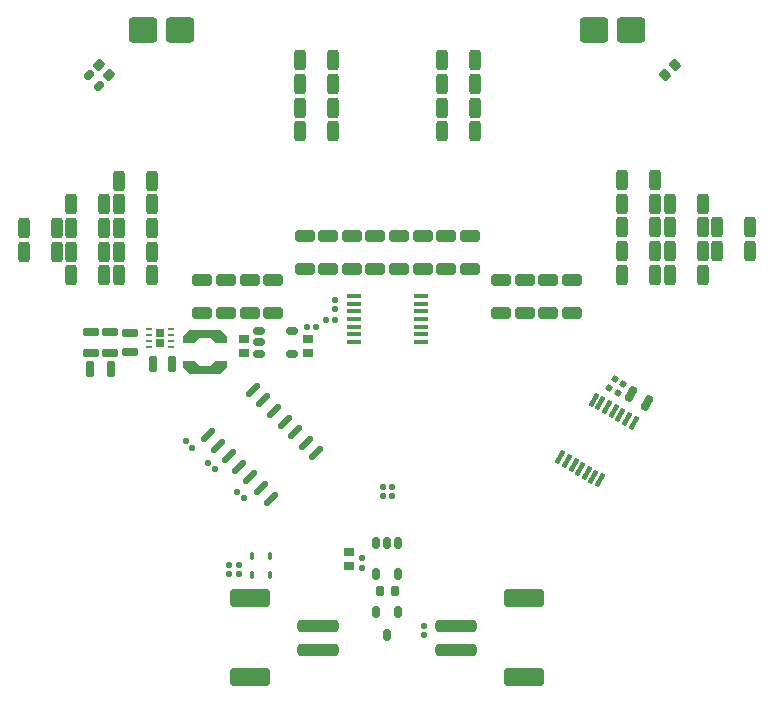
<source format=gbr>
%TF.GenerationSoftware,KiCad,Pcbnew,8.0.6-8.0.6-0~ubuntu22.04.1*%
%TF.CreationDate,2024-11-21T14:47:19+01:00*%
%TF.ProjectId,amulet_controller,616d756c-6574-45f6-936f-6e74726f6c6c,1.1*%
%TF.SameCoordinates,Original*%
%TF.FileFunction,Paste,Bot*%
%TF.FilePolarity,Positive*%
%FSLAX46Y46*%
G04 Gerber Fmt 4.6, Leading zero omitted, Abs format (unit mm)*
G04 Created by KiCad (PCBNEW 8.0.6-8.0.6-0~ubuntu22.04.1) date 2024-11-21 14:47:19*
%MOMM*%
%LPD*%
G01*
G04 APERTURE LIST*
G04 Aperture macros list*
%AMRoundRect*
0 Rectangle with rounded corners*
0 $1 Rounding radius*
0 $2 $3 $4 $5 $6 $7 $8 $9 X,Y pos of 4 corners*
0 Add a 4 corners polygon primitive as box body*
4,1,4,$2,$3,$4,$5,$6,$7,$8,$9,$2,$3,0*
0 Add four circle primitives for the rounded corners*
1,1,$1+$1,$2,$3*
1,1,$1+$1,$4,$5*
1,1,$1+$1,$6,$7*
1,1,$1+$1,$8,$9*
0 Add four rect primitives between the rounded corners*
20,1,$1+$1,$2,$3,$4,$5,0*
20,1,$1+$1,$4,$5,$6,$7,0*
20,1,$1+$1,$6,$7,$8,$9,0*
20,1,$1+$1,$8,$9,$2,$3,0*%
%AMFreePoly0*
4,1,11,0.750000,0.885000,0.300000,0.440500,0.300000,-0.440500,0.750000,-0.885000,0.750000,-1.850000,0.225000,-1.850000,-0.300000,-1.325000,-0.300000,1.325000,0.225000,1.850000,0.750000,1.850000,0.750000,0.885000,0.750000,0.885000,$1*%
G04 Aperture macros list end*
%ADD10RoundRect,0.150000X-0.150000X0.350000X-0.150000X-0.350000X0.150000X-0.350000X0.150000X0.350000X0*%
%ADD11RoundRect,0.206521X-0.268479X-0.643479X0.268479X-0.643479X0.268479X0.643479X-0.268479X0.643479X0*%
%ADD12RoundRect,0.130000X0.130000X-0.130000X0.130000X0.130000X-0.130000X0.130000X-0.130000X-0.130000X0*%
%ADD13RoundRect,0.250000X-1.500000X0.250000X-1.500000X-0.250000X1.500000X-0.250000X1.500000X0.250000X0*%
%ADD14RoundRect,0.250000X-1.450000X0.500000X-1.450000X-0.500000X1.450000X-0.500000X1.450000X0.500000X0*%
%ADD15RoundRect,0.162500X-0.318198X-0.088388X-0.088388X-0.318198X0.318198X0.088388X0.088388X0.318198X0*%
%ADD16RoundRect,0.206521X0.268479X0.643479X-0.268479X0.643479X-0.268479X-0.643479X0.268479X-0.643479X0*%
%ADD17RoundRect,0.137500X-0.137500X-0.137500X0.137500X-0.137500X0.137500X0.137500X-0.137500X0.137500X0*%
%ADD18RoundRect,0.322500X0.902500X0.752500X-0.902500X0.752500X-0.902500X-0.752500X0.902500X-0.752500X0*%
%ADD19RoundRect,0.187500X-0.462500X0.187500X-0.462500X-0.187500X0.462500X-0.187500X0.462500X0.187500X0*%
%ADD20FreePoly0,270.000000*%
%ADD21FreePoly0,90.000000*%
%ADD22RoundRect,0.206521X-0.643479X0.268479X-0.643479X-0.268479X0.643479X-0.268479X0.643479X0.268479X0*%
%ADD23RoundRect,0.175000X0.175000X0.500000X-0.175000X0.500000X-0.175000X-0.500000X0.175000X-0.500000X0*%
%ADD24RoundRect,0.150000X-0.350000X-0.150000X0.350000X-0.150000X0.350000X0.150000X-0.350000X0.150000X0*%
%ADD25RoundRect,0.137500X0.335876X0.530330X-0.530330X-0.335876X-0.335876X-0.530330X0.530330X0.335876X0*%
%ADD26RoundRect,0.137500X0.187828X0.050328X-0.050328X0.187828X-0.187828X-0.050328X0.050328X-0.187828X0*%
%ADD27RoundRect,0.187500X0.262500X-0.187500X0.262500X0.187500X-0.262500X0.187500X-0.262500X-0.187500X0*%
%ADD28RoundRect,0.130000X-0.130000X-0.130000X0.130000X-0.130000X0.130000X0.130000X-0.130000X0.130000X0*%
%ADD29RoundRect,0.100000X0.517500X0.100000X-0.517500X0.100000X-0.517500X-0.100000X0.517500X-0.100000X0*%
%ADD30RoundRect,0.100000X-0.100000X0.200000X-0.100000X-0.200000X0.100000X-0.200000X0.100000X0.200000X0*%
%ADD31RoundRect,0.130000X-0.183848X0.000000X0.000000X-0.183848X0.183848X0.000000X0.000000X0.183848X0*%
%ADD32RoundRect,0.137500X-0.194454X0.000000X0.000000X-0.194454X0.194454X0.000000X0.000000X0.194454X0*%
%ADD33RoundRect,0.162500X0.162500X0.287500X-0.162500X0.287500X-0.162500X-0.287500X0.162500X-0.287500X0*%
%ADD34RoundRect,0.137500X0.137500X0.137500X-0.137500X0.137500X-0.137500X-0.137500X0.137500X-0.137500X0*%
%ADD35RoundRect,0.187500X0.462500X-0.187500X0.462500X0.187500X-0.462500X0.187500X-0.462500X-0.187500X0*%
%ADD36RoundRect,0.175000X-0.500000X0.175000X-0.500000X-0.175000X0.500000X-0.175000X0.500000X0.175000X0*%
%ADD37RoundRect,0.137500X0.137500X-0.137500X0.137500X0.137500X-0.137500X0.137500X-0.137500X-0.137500X0*%
%ADD38RoundRect,0.100000X-0.172147X-0.498168X0.345353X0.398168X0.172147X0.498168X-0.345353X-0.398168X0*%
%ADD39R,0.750000X0.650000*%
%ADD40RoundRect,0.062500X-0.187500X-0.062500X0.187500X-0.062500X0.187500X0.062500X-0.187500X0.062500X0*%
%ADD41RoundRect,0.322500X-0.902500X-0.752500X0.902500X-0.752500X0.902500X0.752500X-0.902500X0.752500X0*%
%ADD42RoundRect,0.175000X-0.401554X-0.345513X-0.098446X-0.520513X0.401554X0.345513X0.098446X0.520513X0*%
%ADD43RoundRect,0.187500X-0.318198X-0.053033X-0.053033X-0.318198X0.318198X0.053033X0.053033X0.318198X0*%
%ADD44RoundRect,0.187500X-0.053033X0.318198X-0.318198X0.053033X0.053033X-0.318198X0.318198X-0.053033X0*%
%ADD45RoundRect,0.150000X-0.150000X0.375000X-0.150000X-0.375000X0.150000X-0.375000X0.150000X0.375000X0*%
%ADD46RoundRect,0.250000X1.500000X-0.250000X1.500000X0.250000X-1.500000X0.250000X-1.500000X-0.250000X0*%
%ADD47RoundRect,0.250000X1.450000X-0.500000X1.450000X0.500000X-1.450000X0.500000X-1.450000X-0.500000X0*%
%ADD48RoundRect,0.187500X0.187500X0.462500X-0.187500X0.462500X-0.187500X-0.462500X0.187500X-0.462500X0*%
%ADD49RoundRect,0.130000X-0.130000X0.130000X-0.130000X-0.130000X0.130000X-0.130000X0.130000X0.130000X0*%
%ADD50RoundRect,0.130000X0.177583X0.047583X-0.047583X0.177583X-0.177583X-0.047583X0.047583X-0.177583X0*%
G04 APERTURE END LIST*
D10*
%TO.C,Q9*%
X147550400Y-114800100D03*
X149450400Y-114800100D03*
X148500400Y-116800100D03*
%TD*%
D11*
%TO.C,C68*%
X168400400Y-84250100D03*
X171200400Y-84250100D03*
%TD*%
D12*
%TO.C,C104*%
X144100400Y-89200100D03*
X144100400Y-88400100D03*
%TD*%
D11*
%TO.C,C87*%
X141100000Y-68100000D03*
X143900000Y-68100000D03*
%TD*%
%TO.C,C51*%
X141100001Y-74100001D03*
X143900001Y-74100001D03*
%TD*%
D13*
%TO.C,J9*%
X154350400Y-116000100D03*
X154350400Y-118000100D03*
D14*
X160100400Y-113650100D03*
X160100400Y-120350100D03*
%TD*%
D15*
%TO.C,R53*%
X123210381Y-69340381D03*
X124129619Y-70259619D03*
%TD*%
D16*
%TO.C,C65*%
X155900000Y-68100000D03*
X153100000Y-68100000D03*
%TD*%
D11*
%TO.C,C31*%
X141100000Y-70100000D03*
X143900000Y-70100000D03*
%TD*%
D16*
%TO.C,C85*%
X175200400Y-84250100D03*
X172400400Y-84250100D03*
%TD*%
%TO.C,C78*%
X128550400Y-80300100D03*
X125750400Y-80300100D03*
%TD*%
D17*
%TO.C,R31*%
X143300400Y-90100100D03*
X144100400Y-90100100D03*
%TD*%
D18*
%TO.C,D2*%
X169175000Y-65500000D03*
X166025000Y-65500000D03*
%TD*%
D19*
%TO.C,C52*%
X123400400Y-91100100D03*
X123400400Y-92900100D03*
%TD*%
D20*
%TO.C,L3*%
X133050400Y-91250100D03*
D21*
X133050400Y-94350100D03*
%TD*%
D22*
%TO.C,C55*%
X132850400Y-86700100D03*
X132850400Y-89500100D03*
%TD*%
D23*
%TO.C,C83*%
X130275401Y-93775097D03*
X128675401Y-93775097D03*
%TD*%
D24*
%TO.C,U5*%
X137682900Y-92940097D03*
X137682900Y-91990097D03*
X137682900Y-91040097D03*
X140432900Y-91040097D03*
X140432900Y-92940097D03*
%TD*%
D11*
%TO.C,C86*%
X168400000Y-78250000D03*
X171200000Y-78250000D03*
%TD*%
D16*
%TO.C,C74*%
X128550400Y-86300100D03*
X125750400Y-86300100D03*
%TD*%
D11*
%TO.C,C80*%
X176400400Y-82250100D03*
X179200400Y-82250100D03*
%TD*%
%TO.C,C70*%
X168400400Y-80250100D03*
X171200400Y-80250100D03*
%TD*%
D25*
%TO.C,U9*%
X137108747Y-96003387D03*
X138006773Y-96901412D03*
X138904799Y-97799438D03*
X139802824Y-98697464D03*
X140700850Y-99595489D03*
X141598876Y-100493515D03*
X142496901Y-101391541D03*
X138678525Y-105209917D03*
X137780499Y-104311892D03*
X136882473Y-103413866D03*
X135984448Y-102515840D03*
X135086422Y-101617815D03*
X134188396Y-100719789D03*
X133290371Y-99821763D03*
%TD*%
D26*
%TO.C,R32*%
X168437301Y-95487362D03*
X167744481Y-95087362D03*
%TD*%
D22*
%TO.C,C63*%
X162150400Y-86675100D03*
X162150400Y-89475100D03*
%TD*%
D27*
%TO.C,C84*%
X141800400Y-92900100D03*
X141800400Y-91700100D03*
%TD*%
D11*
%TO.C,C73*%
X121750400Y-86300100D03*
X124550400Y-86300100D03*
%TD*%
%TO.C,C69*%
X168400400Y-82250100D03*
X171200400Y-82250100D03*
%TD*%
D16*
%TO.C,C33*%
X120550400Y-82300100D03*
X117750400Y-82300100D03*
%TD*%
%TO.C,C49*%
X128550000Y-78300000D03*
X125750000Y-78300000D03*
%TD*%
%TO.C,C72*%
X175200400Y-86250100D03*
X172400400Y-86250100D03*
%TD*%
D22*
%TO.C,C57*%
X134850400Y-86700100D03*
X134850400Y-89500100D03*
%TD*%
D28*
%TO.C,C76*%
X141707906Y-90690096D03*
X142507906Y-90690096D03*
%TD*%
D11*
%TO.C,C71*%
X121750400Y-82300100D03*
X124550400Y-82300100D03*
%TD*%
D29*
%TO.C,U7*%
X151332400Y-88050100D03*
X151332900Y-88700100D03*
X151332900Y-89350100D03*
X151332900Y-90000100D03*
X151332900Y-90650100D03*
X151332900Y-91300100D03*
X151332900Y-91950100D03*
X145667900Y-91950100D03*
X145667900Y-91300100D03*
X145667900Y-90650100D03*
X145667900Y-90000100D03*
X145667900Y-89350100D03*
X145667900Y-88700100D03*
X145667900Y-88050100D03*
%TD*%
D22*
%TO.C,C61*%
X158150400Y-86675100D03*
X158150400Y-89475100D03*
%TD*%
D27*
%TO.C,C110*%
X145250400Y-110950100D03*
X145250400Y-109750100D03*
%TD*%
D30*
%TO.C,D14*%
X138540400Y-110107600D03*
X138540400Y-111657600D03*
%TD*%
D22*
%TO.C,C47*%
X143500001Y-82969998D03*
X143500001Y-85769998D03*
%TD*%
%TO.C,C44*%
X147500001Y-82970000D03*
X147500001Y-85770000D03*
%TD*%
D31*
%TO.C,C107*%
X131442557Y-100342257D03*
X132008243Y-100907943D03*
%TD*%
D12*
%TO.C,C102*%
X135070400Y-111630100D03*
X135070400Y-110830100D03*
%TD*%
D17*
%TO.C,R20*%
X148100400Y-104200100D03*
X148900400Y-104200100D03*
%TD*%
D11*
%TO.C,C53*%
X121750400Y-84300100D03*
X124550400Y-84300100D03*
%TD*%
D30*
%TO.C,D15*%
X137070400Y-110105100D03*
X137070400Y-111655100D03*
%TD*%
D11*
%TO.C,C81*%
X176400400Y-84250100D03*
X179200400Y-84250100D03*
%TD*%
D32*
%TO.C,R49*%
X135774362Y-104624970D03*
X136340048Y-105190656D03*
%TD*%
%TO.C,R48*%
X133317167Y-102167774D03*
X133882853Y-102733460D03*
%TD*%
D33*
%TO.C,R34*%
X149150400Y-113060100D03*
X147850400Y-113060100D03*
%TD*%
D22*
%TO.C,C43*%
X149500000Y-82970000D03*
X149500000Y-85770000D03*
%TD*%
D16*
%TO.C,C77*%
X128550400Y-82300100D03*
X125750400Y-82300100D03*
%TD*%
D34*
%TO.C,R19*%
X148900400Y-105010100D03*
X148100400Y-105010100D03*
%TD*%
D27*
%TO.C,C60*%
X136350400Y-92900100D03*
X136350400Y-91700100D03*
%TD*%
D11*
%TO.C,C32*%
X141100000Y-72100000D03*
X143900000Y-72100000D03*
%TD*%
D35*
%TO.C,FB4*%
X125000400Y-92900100D03*
X125000400Y-91100100D03*
%TD*%
D36*
%TO.C,C56*%
X126725397Y-91200098D03*
X126725397Y-92800098D03*
%TD*%
D37*
%TO.C,R28*%
X135920400Y-111630100D03*
X135920400Y-110830100D03*
%TD*%
D22*
%TO.C,C46*%
X145500001Y-82969999D03*
X145500001Y-85769999D03*
%TD*%
D16*
%TO.C,C79*%
X175200400Y-80250100D03*
X172400400Y-80250100D03*
%TD*%
D38*
%TO.C,U8*%
X166526268Y-103677584D03*
X165963101Y-103353017D03*
X165400185Y-103028017D03*
X164837268Y-102703017D03*
X164274351Y-102378017D03*
X163711435Y-102053017D03*
X163148518Y-101728017D03*
X165981018Y-96821983D03*
X166543935Y-97146983D03*
X167106851Y-97471983D03*
X167669768Y-97796983D03*
X168232685Y-98121983D03*
X168795601Y-98446983D03*
X169358518Y-98771983D03*
%TD*%
D39*
%TO.C,U4*%
X129275399Y-91225097D03*
X129275399Y-92025097D03*
D40*
X128325399Y-92375097D03*
X128325399Y-91875097D03*
X128325399Y-91375097D03*
X128325399Y-90875097D03*
X130225399Y-90875097D03*
X130225399Y-91375097D03*
X130225399Y-91875097D03*
X130225399Y-92375097D03*
%TD*%
D41*
%TO.C,D1*%
X127825000Y-65500000D03*
X130975000Y-65500000D03*
%TD*%
D22*
%TO.C,C58*%
X136850400Y-86700100D03*
X136850400Y-89500100D03*
%TD*%
D16*
%TO.C,C39*%
X120550400Y-84300100D03*
X117750400Y-84300100D03*
%TD*%
D22*
%TO.C,C64*%
X164150400Y-86675100D03*
X164150400Y-89475100D03*
%TD*%
D42*
%TO.C,C106*%
X169130597Y-96350096D03*
X170516237Y-97150096D03*
%TD*%
D16*
%TO.C,C34*%
X155900000Y-74100000D03*
X153100000Y-74100000D03*
%TD*%
%TO.C,C35*%
X155900000Y-72100000D03*
X153100000Y-72100000D03*
%TD*%
D22*
%TO.C,C41*%
X153500000Y-82970000D03*
X153500000Y-85770000D03*
%TD*%
D43*
%TO.C,C131*%
X124135736Y-68505736D03*
X124984264Y-69354264D03*
%TD*%
D16*
%TO.C,C82*%
X175200400Y-82250100D03*
X172400400Y-82250100D03*
%TD*%
%TO.C,C75*%
X128550400Y-84300100D03*
X125750400Y-84300100D03*
%TD*%
D11*
%TO.C,C54*%
X121750400Y-80300100D03*
X124550400Y-80300100D03*
%TD*%
D44*
%TO.C,C132*%
X172864264Y-68505736D03*
X172015736Y-69354264D03*
%TD*%
D22*
%TO.C,C62*%
X160150400Y-86675100D03*
X160150400Y-89475100D03*
%TD*%
%TO.C,C48*%
X141500000Y-82970000D03*
X141500000Y-85770000D03*
%TD*%
%TO.C,C40*%
X155500000Y-82970000D03*
X155500000Y-85770000D03*
%TD*%
D45*
%TO.C,U11*%
X147550400Y-108975100D03*
X148500400Y-108975100D03*
X149450400Y-108975100D03*
X149450400Y-111625100D03*
X147550400Y-111625100D03*
%TD*%
D46*
%TO.C,J8*%
X142650400Y-118000100D03*
X142650400Y-116000100D03*
D47*
X136900400Y-120350100D03*
X136900400Y-113650100D03*
%TD*%
D48*
%TO.C,C45*%
X125100400Y-94200100D03*
X123300400Y-94200100D03*
%TD*%
D22*
%TO.C,C42*%
X151500000Y-82969999D03*
X151500000Y-85769999D03*
%TD*%
D49*
%TO.C,C125*%
X151640401Y-115990103D03*
X151640401Y-116790103D03*
%TD*%
D22*
%TO.C,C59*%
X138850400Y-86700100D03*
X138850400Y-89500100D03*
%TD*%
D16*
%TO.C,C36*%
X155900000Y-70100000D03*
X153100000Y-70100000D03*
%TD*%
D50*
%TO.C,C105*%
X167999795Y-96245133D03*
X167306975Y-95845133D03*
%TD*%
D11*
%TO.C,C67*%
X168400400Y-86250100D03*
X171200400Y-86250100D03*
%TD*%
D12*
%TO.C,C111*%
X146350400Y-111050100D03*
X146350400Y-110250100D03*
%TD*%
M02*

</source>
